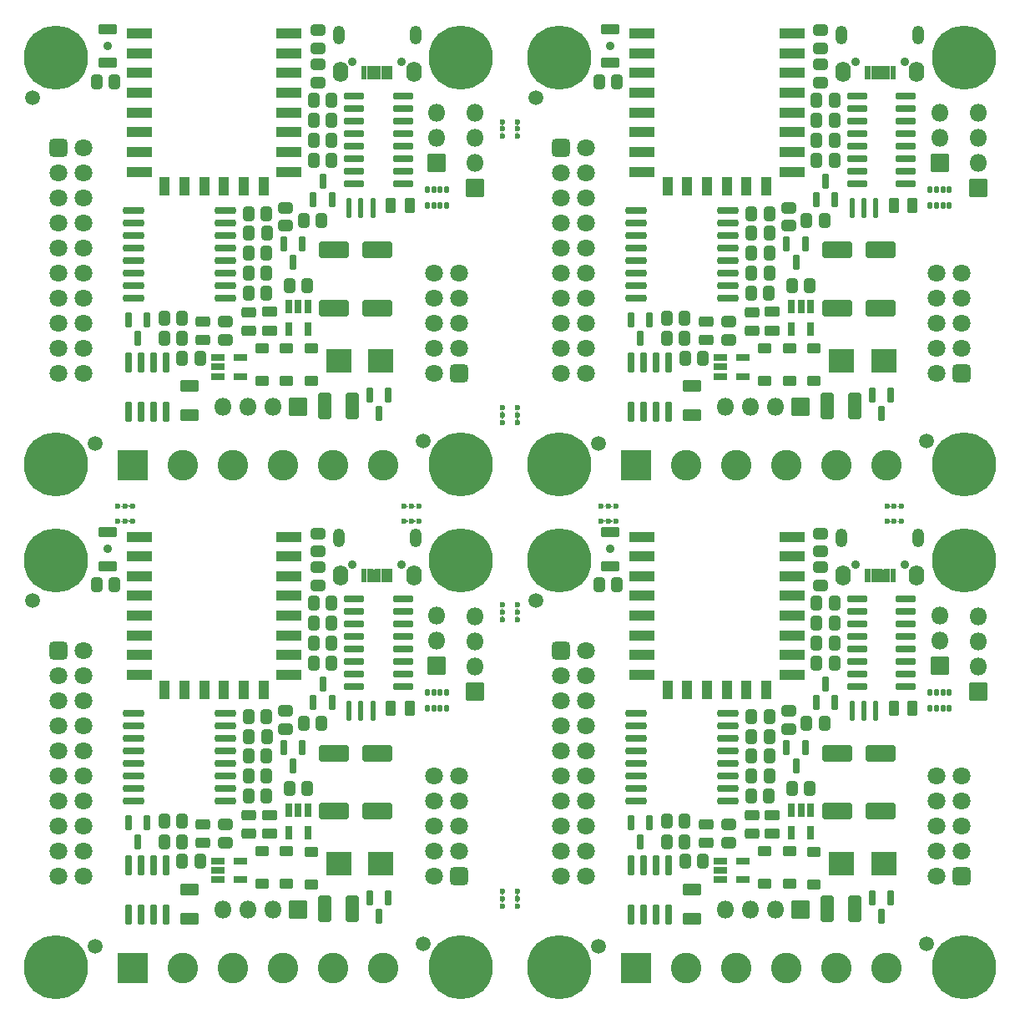
<source format=gts>
G04 #@! TF.GenerationSoftware,KiCad,Pcbnew,(6.0.9)*
G04 #@! TF.CreationDate,2023-01-12T22:26:46+07:00*
G04 #@! TF.ProjectId,ESP12CORE_B_panel,45535031-3243-44f5-9245-5f425f70616e,rev?*
G04 #@! TF.SameCoordinates,Original*
G04 #@! TF.FileFunction,Soldermask,Top*
G04 #@! TF.FilePolarity,Negative*
%FSLAX46Y46*%
G04 Gerber Fmt 4.6, Leading zero omitted, Abs format (unit mm)*
G04 Created by KiCad (PCBNEW (6.0.9)) date 2023-01-12 22:26:46*
%MOMM*%
%LPD*%
G01*
G04 APERTURE LIST*
G04 Aperture macros list*
%AMRoundRect*
0 Rectangle with rounded corners*
0 $1 Rounding radius*
0 $2 $3 $4 $5 $6 $7 $8 $9 X,Y pos of 4 corners*
0 Add a 4 corners polygon primitive as box body*
4,1,4,$2,$3,$4,$5,$6,$7,$8,$9,$2,$3,0*
0 Add four circle primitives for the rounded corners*
1,1,$1+$1,$2,$3*
1,1,$1+$1,$4,$5*
1,1,$1+$1,$6,$7*
1,1,$1+$1,$8,$9*
0 Add four rect primitives between the rounded corners*
20,1,$1+$1,$2,$3,$4,$5,0*
20,1,$1+$1,$4,$5,$6,$7,0*
20,1,$1+$1,$6,$7,$8,$9,0*
20,1,$1+$1,$8,$9,$2,$3,0*%
G04 Aperture macros list end*
%ADD10RoundRect,0.050000X-1.250000X-0.500000X1.250000X-0.500000X1.250000X0.500000X-1.250000X0.500000X0*%
%ADD11RoundRect,0.050000X-0.500000X-0.900000X0.500000X-0.900000X0.500000X0.900000X-0.500000X0.900000X0*%
%ADD12C,0.600000*%
%ADD13RoundRect,0.300000X0.600000X0.600000X-0.600000X0.600000X-0.600000X-0.600000X0.600000X-0.600000X0*%
%ADD14C,1.800000*%
%ADD15RoundRect,0.050000X-0.850000X0.850000X-0.850000X-0.850000X0.850000X-0.850000X0.850000X0.850000X0*%
%ADD16O,1.800000X1.800000*%
%ADD17RoundRect,0.050000X0.600000X-0.450000X0.600000X0.450000X-0.600000X0.450000X-0.600000X-0.450000X0*%
%ADD18RoundRect,0.050000X-0.175000X0.250000X-0.175000X-0.250000X0.175000X-0.250000X0.175000X0.250000X0*%
%ADD19C,0.900000*%
%ADD20RoundRect,0.050000X-0.850000X0.450000X-0.850000X-0.450000X0.850000X-0.450000X0.850000X0.450000X0*%
%ADD21RoundRect,0.200000X-0.150000X0.587500X-0.150000X-0.587500X0.150000X-0.587500X0.150000X0.587500X0*%
%ADD22RoundRect,0.050000X-0.600000X0.450000X-0.600000X-0.450000X0.600000X-0.450000X0.600000X0.450000X0*%
%ADD23RoundRect,0.300000X-0.262500X-0.450000X0.262500X-0.450000X0.262500X0.450000X-0.262500X0.450000X0*%
%ADD24RoundRect,0.300000X0.262500X0.450000X-0.262500X0.450000X-0.262500X-0.450000X0.262500X-0.450000X0*%
%ADD25RoundRect,0.300000X-1.250000X-0.550000X1.250000X-0.550000X1.250000X0.550000X-1.250000X0.550000X0*%
%ADD26RoundRect,0.200000X-0.875000X-0.150000X0.875000X-0.150000X0.875000X0.150000X-0.875000X0.150000X0*%
%ADD27C,6.500000*%
%ADD28RoundRect,0.300000X-0.250000X-0.475000X0.250000X-0.475000X0.250000X0.475000X-0.250000X0.475000X0*%
%ADD29RoundRect,0.200000X-0.825000X-0.150000X0.825000X-0.150000X0.825000X0.150000X-0.825000X0.150000X0*%
%ADD30C,1.500000*%
%ADD31RoundRect,0.300000X-0.600000X-0.600000X0.600000X-0.600000X0.600000X0.600000X-0.600000X0.600000X0*%
%ADD32RoundRect,0.200000X0.150000X-0.587500X0.150000X0.587500X-0.150000X0.587500X-0.150000X-0.587500X0*%
%ADD33RoundRect,0.200000X-0.512500X-0.150000X0.512500X-0.150000X0.512500X0.150000X-0.512500X0.150000X0*%
%ADD34RoundRect,0.050000X0.850000X0.850000X-0.850000X0.850000X-0.850000X-0.850000X0.850000X-0.850000X0*%
%ADD35RoundRect,0.050000X-1.250000X-1.150000X1.250000X-1.150000X1.250000X1.150000X-1.250000X1.150000X0*%
%ADD36RoundRect,0.300000X-0.650000X0.325000X-0.650000X-0.325000X0.650000X-0.325000X0.650000X0.325000X0*%
%ADD37RoundRect,0.300000X0.450000X-0.262500X0.450000X0.262500X-0.450000X0.262500X-0.450000X-0.262500X0*%
%ADD38RoundRect,0.300000X0.475000X-0.250000X0.475000X0.250000X-0.475000X0.250000X-0.475000X-0.250000X0*%
%ADD39RoundRect,0.200000X-0.150000X0.825000X-0.150000X-0.825000X0.150000X-0.825000X0.150000X0.825000X0*%
%ADD40RoundRect,0.200000X-0.150000X0.512500X-0.150000X-0.512500X0.150000X-0.512500X0.150000X0.512500X0*%
%ADD41RoundRect,0.293750X-0.456250X0.243750X-0.456250X-0.243750X0.456250X-0.243750X0.456250X0.243750X0*%
%ADD42RoundRect,0.293750X0.456250X-0.243750X0.456250X0.243750X-0.456250X0.243750X-0.456250X-0.243750X0*%
%ADD43O,0.900000X0.900000*%
%ADD44RoundRect,0.050000X0.225000X0.650000X-0.225000X0.650000X-0.225000X-0.650000X0.225000X-0.650000X0*%
%ADD45O,1.250000X1.900000*%
%ADD46O,1.550000X2.100000*%
%ADD47RoundRect,0.300000X0.375000X1.075000X-0.375000X1.075000X-0.375000X-1.075000X0.375000X-1.075000X0*%
%ADD48RoundRect,0.050000X0.200000X0.950000X-0.200000X0.950000X-0.200000X-0.950000X0.200000X-0.950000X0*%
%ADD49RoundRect,0.050000X-1.500000X-1.500000X1.500000X-1.500000X1.500000X1.500000X-1.500000X1.500000X0*%
%ADD50C,3.100000*%
%ADD51RoundRect,0.300000X-0.450000X0.262500X-0.450000X-0.262500X0.450000X-0.262500X0.450000X0.262500X0*%
G04 APERTURE END LIST*
D10*
X164400000Y-112328000D03*
X164400000Y-114328000D03*
X164400000Y-116328000D03*
X164400000Y-118328000D03*
X164400000Y-120328000D03*
X164400000Y-122328000D03*
X164400000Y-124328000D03*
X164400000Y-126328000D03*
D11*
X167000000Y-127828000D03*
X169000000Y-127828000D03*
X171000000Y-127828000D03*
X173000000Y-127828000D03*
X175000000Y-127828000D03*
X177000000Y-127828000D03*
D10*
X179600000Y-126328000D03*
X179600000Y-124328000D03*
X179600000Y-122328000D03*
X179600000Y-120328000D03*
X179600000Y-118328000D03*
X179600000Y-116328000D03*
X179600000Y-114328000D03*
X179600000Y-112328000D03*
X113400000Y-112328000D03*
X113400000Y-114328000D03*
X113400000Y-116328000D03*
X113400000Y-118328000D03*
X113400000Y-120328000D03*
X113400000Y-122328000D03*
X113400000Y-124328000D03*
X113400000Y-126328000D03*
D11*
X116000000Y-127828000D03*
X118000000Y-127828000D03*
X120000000Y-127828000D03*
X122000000Y-127828000D03*
X124000000Y-127828000D03*
X126000000Y-127828000D03*
D10*
X128600000Y-126328000D03*
X128600000Y-124328000D03*
X128600000Y-122328000D03*
X128600000Y-120328000D03*
X128600000Y-118328000D03*
X128600000Y-116328000D03*
X128600000Y-114328000D03*
X128600000Y-112328000D03*
D12*
X150250000Y-148250000D03*
X150250000Y-149750000D03*
X151750000Y-149750000D03*
X151750000Y-148250000D03*
X150250000Y-149000000D03*
X151750000Y-149000000D03*
D13*
X145843909Y-95758668D03*
D14*
X143303909Y-95758668D03*
X145843909Y-93218668D03*
X143303909Y-93218668D03*
X145843909Y-90678668D03*
X143303909Y-90678668D03*
X145843909Y-88138668D03*
X143303909Y-88138668D03*
X145843909Y-85598668D03*
X143303909Y-85598668D03*
D15*
X180480000Y-99133737D03*
D16*
X177940000Y-99133737D03*
X175400000Y-99133737D03*
X172860000Y-99133737D03*
D17*
X179350000Y-147525000D03*
X179350000Y-144225000D03*
D18*
X195572362Y-78726687D03*
X194922362Y-78726687D03*
X194272362Y-78726687D03*
X193622362Y-78726687D03*
X193622362Y-77126687D03*
X194272362Y-77126687D03*
X194922362Y-77126687D03*
X195572362Y-77126687D03*
D19*
X110200827Y-62587897D03*
D20*
X110200827Y-60887897D03*
X110200827Y-64287897D03*
D21*
X165197348Y-90358224D03*
X163297348Y-90358224D03*
X164247348Y-92233224D03*
D22*
X176852177Y-144199169D03*
X176852177Y-147499169D03*
D23*
X182105336Y-121104000D03*
X183930336Y-121104000D03*
D24*
X177316594Y-79561634D03*
X175491594Y-79561634D03*
D23*
X175476200Y-87630000D03*
X177301200Y-87630000D03*
D25*
X184182000Y-140154000D03*
X188582000Y-140154000D03*
D22*
X130825000Y-93250000D03*
X130825000Y-96550000D03*
D26*
X163825000Y-130230000D03*
X163825000Y-131500000D03*
X163825000Y-132770000D03*
X163825000Y-134040000D03*
X163825000Y-135310000D03*
X163825000Y-136580000D03*
X163825000Y-137850000D03*
X163825000Y-139120000D03*
X173125000Y-139120000D03*
X173125000Y-137850000D03*
X173125000Y-136580000D03*
X173125000Y-135310000D03*
X173125000Y-134040000D03*
X173125000Y-132770000D03*
X173125000Y-131500000D03*
X173125000Y-130230000D03*
D23*
X124510809Y-136598000D03*
X126335809Y-136598000D03*
X131105336Y-121104000D03*
X132930336Y-121104000D03*
D19*
X144352944Y-103302944D03*
X146050000Y-102600000D03*
D27*
X146050000Y-105000000D03*
D19*
X147747056Y-103302944D03*
X146050000Y-107400000D03*
X144352944Y-106697056D03*
X147747056Y-106697056D03*
X143650000Y-105000000D03*
X148450000Y-105000000D03*
D24*
X168752500Y-143235934D03*
X166927500Y-143235934D03*
D21*
X129973541Y-82670793D03*
X128073541Y-82670793D03*
X129023541Y-84545793D03*
D24*
X177333864Y-83566000D03*
X175508864Y-83566000D03*
D23*
X175510809Y-136598000D03*
X177335809Y-136598000D03*
D22*
X181825000Y-93250000D03*
X181825000Y-96550000D03*
D24*
X131915699Y-80238384D03*
X130090699Y-80238384D03*
X183933550Y-72136000D03*
X182108550Y-72136000D03*
D28*
X189938000Y-129740000D03*
X191838000Y-129740000D03*
D24*
X183932840Y-68072000D03*
X182107840Y-68072000D03*
X181452500Y-86868000D03*
X179627500Y-86868000D03*
D29*
X135203064Y-118647726D03*
X135203064Y-119917726D03*
X135203064Y-121187726D03*
X135203064Y-122457726D03*
X135203064Y-123727726D03*
X135203064Y-124997726D03*
X135203064Y-126267726D03*
X135203064Y-127537726D03*
X140153064Y-127537726D03*
X140153064Y-126267726D03*
X140153064Y-124997726D03*
X140153064Y-123727726D03*
X140153064Y-122457726D03*
X140153064Y-121187726D03*
X140153064Y-119917726D03*
X140153064Y-118647726D03*
D24*
X168752500Y-92235934D03*
X166927500Y-92235934D03*
D19*
X105000000Y-117150000D03*
X106697056Y-116447056D03*
X102600000Y-114750000D03*
X105000000Y-112350000D03*
X103302944Y-113052944D03*
D27*
X105000000Y-114750000D03*
D19*
X106697056Y-113052944D03*
X103302944Y-116447056D03*
X107400000Y-114750000D03*
D30*
X142240000Y-153616000D03*
D25*
X133186648Y-134263189D03*
X137586648Y-134263189D03*
D31*
X156204868Y-123917125D03*
D14*
X158744868Y-123917125D03*
X156204868Y-126457125D03*
X158744868Y-126457125D03*
X156204868Y-128997125D03*
X158744868Y-128997125D03*
X156204868Y-131537125D03*
X158744868Y-131537125D03*
X156204868Y-134077125D03*
X158744868Y-134077125D03*
X156204868Y-136617125D03*
X158744868Y-136617125D03*
X156204868Y-139157125D03*
X158744868Y-139157125D03*
X156204868Y-141697125D03*
X158744868Y-141697125D03*
X156204868Y-144237125D03*
X158744868Y-144237125D03*
X156204868Y-146777125D03*
X158744868Y-146777125D03*
D32*
X131063050Y-129153500D03*
X132963050Y-129153500D03*
X132013050Y-127278500D03*
D33*
X172392500Y-145180000D03*
X172392500Y-146130000D03*
X172392500Y-147080000D03*
X174667500Y-147080000D03*
X174667500Y-145180000D03*
D24*
X117752500Y-141170000D03*
X115927500Y-141170000D03*
D28*
X189938000Y-78740000D03*
X191838000Y-78740000D03*
D30*
X102616000Y-118818000D03*
D17*
X179350000Y-96525000D03*
X179350000Y-93225000D03*
D23*
X182105336Y-70104000D03*
X183930336Y-70104000D03*
D30*
X108966000Y-102870000D03*
D34*
X143606599Y-74422000D03*
D16*
X143606599Y-71882000D03*
X143606599Y-69342000D03*
D22*
X181825000Y-144250000D03*
X181825000Y-147550000D03*
D34*
X147500856Y-127995980D03*
D16*
X147500856Y-125455980D03*
X147500856Y-122915980D03*
X147500856Y-120375980D03*
D35*
X184622000Y-94488000D03*
X188922000Y-94488000D03*
D33*
X121392500Y-94180000D03*
X121392500Y-95130000D03*
X121392500Y-96080000D03*
X123667500Y-96080000D03*
X123667500Y-94180000D03*
D36*
X118480000Y-97075000D03*
X118480000Y-100025000D03*
D37*
X122174000Y-92352500D03*
X122174000Y-90527500D03*
D12*
X141750000Y-109250000D03*
X141750000Y-110750000D03*
X140250000Y-109250000D03*
X140250000Y-110750000D03*
X141000000Y-110750000D03*
X141000000Y-109250000D03*
D25*
X184186648Y-134263189D03*
X188586648Y-134263189D03*
D17*
X128350000Y-96525000D03*
X128350000Y-93225000D03*
D19*
X153600000Y-156000000D03*
X156000000Y-158400000D03*
D27*
X156000000Y-156000000D03*
D19*
X157697056Y-154302944D03*
X157697056Y-157697056D03*
X158400000Y-156000000D03*
X156000000Y-153600000D03*
X154302944Y-154302944D03*
X154302944Y-157697056D03*
D31*
X105204868Y-72917125D03*
D14*
X107744868Y-72917125D03*
X105204868Y-75457125D03*
X107744868Y-75457125D03*
X105204868Y-77997125D03*
X107744868Y-77997125D03*
X105204868Y-80537125D03*
X107744868Y-80537125D03*
X105204868Y-83077125D03*
X107744868Y-83077125D03*
X105204868Y-85617125D03*
X107744868Y-85617125D03*
X105204868Y-88157125D03*
X107744868Y-88157125D03*
X105204868Y-90697125D03*
X107744868Y-90697125D03*
X105204868Y-93237125D03*
X107744868Y-93237125D03*
X105204868Y-95777125D03*
X107744868Y-95777125D03*
D35*
X133622000Y-94488000D03*
X137922000Y-94488000D03*
D24*
X132933550Y-72136000D03*
X131108550Y-72136000D03*
D38*
X177618095Y-91440000D03*
X177618095Y-89540000D03*
D36*
X169480000Y-148075000D03*
X169480000Y-151025000D03*
D37*
X173174000Y-143352500D03*
X173174000Y-141527500D03*
D30*
X193240000Y-102616000D03*
D22*
X125852177Y-93199169D03*
X125852177Y-96499169D03*
D24*
X132933550Y-123136000D03*
X131108550Y-123136000D03*
X126333864Y-83566000D03*
X124508864Y-83566000D03*
D17*
X128350000Y-147525000D03*
X128350000Y-144225000D03*
D19*
X144352944Y-62052944D03*
X144352944Y-65447056D03*
X147747056Y-65447056D03*
X146050000Y-61350000D03*
X147747056Y-62052944D03*
X143650000Y-63750000D03*
X146050000Y-66150000D03*
D27*
X146050000Y-63750000D03*
D19*
X148450000Y-63750000D03*
D23*
X124476200Y-138630000D03*
X126301200Y-138630000D03*
D24*
X132932840Y-68072000D03*
X131107840Y-68072000D03*
D23*
X124510809Y-85598000D03*
X126335809Y-85598000D03*
D21*
X138663636Y-97959082D03*
X136763636Y-97959082D03*
X137713636Y-99834082D03*
D30*
X108966000Y-153870000D03*
D24*
X131915699Y-131238384D03*
X130090699Y-131238384D03*
D39*
X167130000Y-94675000D03*
X165860000Y-94675000D03*
X164590000Y-94675000D03*
X163320000Y-94675000D03*
X163320000Y-99625000D03*
X164590000Y-99625000D03*
X165860000Y-99625000D03*
X167130000Y-99625000D03*
D23*
X182098906Y-125168000D03*
X183923906Y-125168000D03*
D25*
X133186648Y-83263189D03*
X137586648Y-83263189D03*
D37*
X182508320Y-117268384D03*
X182508320Y-115443384D03*
D21*
X189663636Y-148959082D03*
X187763636Y-148959082D03*
X188713636Y-150834082D03*
D37*
X179270000Y-80819000D03*
X179270000Y-78994000D03*
D24*
X183933550Y-123136000D03*
X182108550Y-123136000D03*
D34*
X194606599Y-125422000D03*
D16*
X194606599Y-122882000D03*
X194606599Y-120342000D03*
D24*
X119588725Y-145234000D03*
X117763725Y-145234000D03*
D19*
X197050000Y-66150000D03*
X199450000Y-63750000D03*
X194650000Y-63750000D03*
X198747056Y-62052944D03*
X195352944Y-65447056D03*
X197050000Y-61350000D03*
X195352944Y-62052944D03*
D27*
X197050000Y-63750000D03*
D19*
X198747056Y-65447056D03*
D26*
X163825000Y-79230000D03*
X163825000Y-80500000D03*
X163825000Y-81770000D03*
X163825000Y-83040000D03*
X163825000Y-84310000D03*
X163825000Y-85580000D03*
X163825000Y-86850000D03*
X163825000Y-88120000D03*
X173125000Y-88120000D03*
X173125000Y-86850000D03*
X173125000Y-85580000D03*
X173125000Y-84310000D03*
X173125000Y-83040000D03*
X173125000Y-81770000D03*
X173125000Y-80500000D03*
X173125000Y-79230000D03*
D25*
X184186648Y-83263189D03*
X188586648Y-83263189D03*
D19*
X197050000Y-158400000D03*
X195352944Y-154302944D03*
X194650000Y-156000000D03*
X197050000Y-153600000D03*
X198747056Y-154302944D03*
X198747056Y-157697056D03*
D27*
X197050000Y-156000000D03*
D19*
X199450000Y-156000000D03*
X195352944Y-157697056D03*
D24*
X110890107Y-117206359D03*
X109065107Y-117206359D03*
D37*
X131508320Y-117268384D03*
X131508320Y-115443384D03*
D24*
X117752500Y-90170000D03*
X115927500Y-90170000D03*
D40*
X181490000Y-89032500D03*
X180540000Y-89032500D03*
X179590000Y-89032500D03*
X179590000Y-91307500D03*
X181490000Y-91307500D03*
D41*
X124538237Y-89565000D03*
X124538237Y-91440000D03*
D40*
X130490000Y-140032500D03*
X129540000Y-140032500D03*
X128590000Y-140032500D03*
X128590000Y-142307500D03*
X130490000Y-142307500D03*
D21*
X114197348Y-90358224D03*
X112297348Y-90358224D03*
X113247348Y-92233224D03*
D24*
X126316594Y-130561634D03*
X124491594Y-130561634D03*
D36*
X118480000Y-148075000D03*
X118480000Y-151025000D03*
D24*
X126342608Y-132564676D03*
X124517608Y-132564676D03*
D41*
X175538237Y-89565000D03*
X175538237Y-91440000D03*
D42*
X170888000Y-143377500D03*
X170888000Y-141502500D03*
D25*
X133182000Y-89154000D03*
X137582000Y-89154000D03*
D21*
X129973541Y-133670793D03*
X128073541Y-133670793D03*
X129023541Y-135545793D03*
D23*
X131098906Y-74168000D03*
X132923906Y-74168000D03*
D31*
X156204868Y-72917125D03*
D14*
X158744868Y-72917125D03*
X156204868Y-75457125D03*
X158744868Y-75457125D03*
X156204868Y-77997125D03*
X158744868Y-77997125D03*
X156204868Y-80537125D03*
X158744868Y-80537125D03*
X156204868Y-83077125D03*
X158744868Y-83077125D03*
X156204868Y-85617125D03*
X158744868Y-85617125D03*
X156204868Y-88157125D03*
X158744868Y-88157125D03*
X156204868Y-90697125D03*
X158744868Y-90697125D03*
X156204868Y-93237125D03*
X158744868Y-93237125D03*
X156204868Y-95777125D03*
X158744868Y-95777125D03*
D15*
X129480000Y-99133737D03*
D16*
X126940000Y-99133737D03*
X124400000Y-99133737D03*
X121860000Y-99133737D03*
D43*
X186041582Y-115190224D03*
X191041582Y-115190224D03*
D44*
X189841582Y-116290224D03*
X189191582Y-116290224D03*
X188541582Y-116290224D03*
X187891582Y-116290224D03*
X187241582Y-116290224D03*
D45*
X192416582Y-112440224D03*
D46*
X192266582Y-116240224D03*
X184816582Y-116240224D03*
D45*
X184666582Y-112440224D03*
D42*
X170888000Y-92377500D03*
X170888000Y-90502500D03*
D25*
X133182000Y-140154000D03*
X137582000Y-140154000D03*
D13*
X196843909Y-146758668D03*
D14*
X194303909Y-146758668D03*
X196843909Y-144218668D03*
X194303909Y-144218668D03*
X196843909Y-141678668D03*
X194303909Y-141678668D03*
X196843909Y-139138668D03*
X194303909Y-139138668D03*
X196843909Y-136598668D03*
X194303909Y-136598668D03*
D34*
X147500856Y-76995980D03*
D16*
X147500856Y-74455980D03*
X147500856Y-71915980D03*
X147500856Y-69375980D03*
D23*
X131105336Y-70104000D03*
X132930336Y-70104000D03*
D19*
X143650000Y-114750000D03*
D27*
X146050000Y-114750000D03*
D19*
X147747056Y-116447056D03*
X144352944Y-116447056D03*
X146050000Y-117150000D03*
X147747056Y-113052944D03*
X146050000Y-112350000D03*
X148450000Y-114750000D03*
X144352944Y-113052944D03*
X153600000Y-105000000D03*
X156000000Y-102600000D03*
D27*
X156000000Y-105000000D03*
D19*
X157697056Y-103302944D03*
X158400000Y-105000000D03*
X157697056Y-106697056D03*
X154302944Y-106697056D03*
X156000000Y-107400000D03*
X154302944Y-103302944D03*
D24*
X177342608Y-81564676D03*
X175517608Y-81564676D03*
D21*
X165197348Y-141358224D03*
X163297348Y-141358224D03*
X164247348Y-143233224D03*
D25*
X184182000Y-89154000D03*
X188582000Y-89154000D03*
D30*
X153616000Y-67818000D03*
D41*
X175538237Y-140565000D03*
X175538237Y-142440000D03*
D24*
X117752500Y-143235934D03*
X115927500Y-143235934D03*
X170588725Y-145234000D03*
X168763725Y-145234000D03*
D47*
X135004000Y-150060000D03*
X132204000Y-150060000D03*
D24*
X170588725Y-94234000D03*
X168763725Y-94234000D03*
D29*
X186203064Y-67647726D03*
X186203064Y-68917726D03*
X186203064Y-70187726D03*
X186203064Y-71457726D03*
X186203064Y-72727726D03*
X186203064Y-73997726D03*
X186203064Y-75267726D03*
X186203064Y-76537726D03*
X191153064Y-76537726D03*
X191153064Y-75267726D03*
X191153064Y-73997726D03*
X191153064Y-72727726D03*
X191153064Y-71457726D03*
X191153064Y-70187726D03*
X191153064Y-68917726D03*
X191153064Y-67647726D03*
D26*
X112825000Y-130230000D03*
X112825000Y-131500000D03*
X112825000Y-132770000D03*
X112825000Y-134040000D03*
X112825000Y-135310000D03*
X112825000Y-136580000D03*
X112825000Y-137850000D03*
X112825000Y-139120000D03*
X122125000Y-139120000D03*
X122125000Y-137850000D03*
X122125000Y-136580000D03*
X122125000Y-135310000D03*
X122125000Y-134040000D03*
X122125000Y-132770000D03*
X122125000Y-131500000D03*
X122125000Y-130230000D03*
D19*
X143650000Y-156000000D03*
X146050000Y-158400000D03*
X146050000Y-153600000D03*
X144352944Y-154302944D03*
X147747056Y-154302944D03*
X148450000Y-156000000D03*
X144352944Y-157697056D03*
X147747056Y-157697056D03*
D27*
X146050000Y-156000000D03*
D37*
X182508320Y-66268384D03*
X182508320Y-64443384D03*
D33*
X172392500Y-94180000D03*
X172392500Y-95130000D03*
X172392500Y-96080000D03*
X174667500Y-96080000D03*
X174667500Y-94180000D03*
D31*
X105204868Y-123917125D03*
D14*
X107744868Y-123917125D03*
X105204868Y-126457125D03*
X107744868Y-126457125D03*
X105204868Y-128997125D03*
X107744868Y-128997125D03*
X105204868Y-131537125D03*
X107744868Y-131537125D03*
X105204868Y-134077125D03*
X107744868Y-134077125D03*
X105204868Y-136617125D03*
X107744868Y-136617125D03*
X105204868Y-139157125D03*
X107744868Y-139157125D03*
X105204868Y-141697125D03*
X107744868Y-141697125D03*
X105204868Y-144237125D03*
X107744868Y-144237125D03*
X105204868Y-146777125D03*
X107744868Y-146777125D03*
D18*
X195572362Y-129726687D03*
X194922362Y-129726687D03*
X194272362Y-129726687D03*
X193622362Y-129726687D03*
X193622362Y-128126687D03*
X194272362Y-128126687D03*
X194922362Y-128126687D03*
X195572362Y-128126687D03*
D40*
X181490000Y-140032500D03*
X180540000Y-140032500D03*
X179590000Y-140032500D03*
X179590000Y-142307500D03*
X181490000Y-142307500D03*
D30*
X159966000Y-102870000D03*
X142240000Y-102616000D03*
D19*
X105000000Y-66150000D03*
X103302944Y-62052944D03*
X102600000Y-63750000D03*
D27*
X105000000Y-63750000D03*
D19*
X107400000Y-63750000D03*
X106697056Y-65447056D03*
X103302944Y-65447056D03*
X106697056Y-62052944D03*
X105000000Y-61350000D03*
D40*
X130490000Y-89032500D03*
X129540000Y-89032500D03*
X128590000Y-89032500D03*
X128590000Y-91307500D03*
X130490000Y-91307500D03*
D37*
X128270000Y-80819000D03*
X128270000Y-78994000D03*
D24*
X177333864Y-134566000D03*
X175508864Y-134566000D03*
D22*
X125852177Y-144199169D03*
X125852177Y-147499169D03*
D12*
X151750000Y-100000000D03*
X150250000Y-100000000D03*
X150250000Y-99250000D03*
X150250000Y-100750000D03*
X151750000Y-100750000D03*
X151750000Y-99250000D03*
D38*
X177618095Y-142440000D03*
X177618095Y-140540000D03*
D24*
X161890107Y-117206359D03*
X160065107Y-117206359D03*
D12*
X112750000Y-109250000D03*
X111250000Y-109250000D03*
X112000000Y-110750000D03*
X112000000Y-109250000D03*
X111250000Y-110750000D03*
X112750000Y-110750000D03*
D48*
X188090000Y-129994000D03*
X186890000Y-129994000D03*
X185690000Y-129994000D03*
D34*
X198500856Y-127995980D03*
D16*
X198500856Y-125455980D03*
X198500856Y-122915980D03*
X198500856Y-120375980D03*
D15*
X129480000Y-150133737D03*
D16*
X126940000Y-150133737D03*
X124400000Y-150133737D03*
X121860000Y-150133737D03*
D24*
X132932840Y-119072000D03*
X131107840Y-119072000D03*
D37*
X179270000Y-131819000D03*
X179270000Y-129994000D03*
D33*
X121392500Y-145180000D03*
X121392500Y-146130000D03*
X121392500Y-147080000D03*
X123667500Y-147080000D03*
X123667500Y-145180000D03*
D49*
X112773429Y-156050688D03*
D50*
X117853429Y-156050688D03*
X122933429Y-156050688D03*
X128013429Y-156050688D03*
X133093429Y-156050688D03*
X138173429Y-156050688D03*
D18*
X144572362Y-78726687D03*
X143922362Y-78726687D03*
X143272362Y-78726687D03*
X142622362Y-78726687D03*
X142622362Y-77126687D03*
X143272362Y-77126687D03*
X143922362Y-77126687D03*
X144572362Y-77126687D03*
D24*
X126316594Y-79561634D03*
X124491594Y-79561634D03*
X168752500Y-90170000D03*
X166927500Y-90170000D03*
D12*
X150250000Y-119250000D03*
X150250000Y-120000000D03*
X151750000Y-120000000D03*
X151750000Y-120750000D03*
X151750000Y-119250000D03*
X150250000Y-120750000D03*
D37*
X128270000Y-131819000D03*
X128270000Y-129994000D03*
D48*
X137090000Y-129994000D03*
X135890000Y-129994000D03*
X134690000Y-129994000D03*
D49*
X163773429Y-105050688D03*
D50*
X168853429Y-105050688D03*
X173933429Y-105050688D03*
X179013429Y-105050688D03*
X184093429Y-105050688D03*
X189173429Y-105050688D03*
D12*
X150250000Y-71750000D03*
X151750000Y-70250000D03*
X151750000Y-71000000D03*
X150250000Y-70250000D03*
X151750000Y-71750000D03*
X150250000Y-71000000D03*
D47*
X186004000Y-99060000D03*
X183204000Y-99060000D03*
X186004000Y-150060000D03*
X183204000Y-150060000D03*
D24*
X126333864Y-134566000D03*
X124508864Y-134566000D03*
X168752500Y-141170000D03*
X166927500Y-141170000D03*
X117752500Y-92235934D03*
X115927500Y-92235934D03*
D30*
X102616000Y-67818000D03*
D24*
X161890107Y-66206359D03*
X160065107Y-66206359D03*
D37*
X173174000Y-92352500D03*
X173174000Y-90527500D03*
D23*
X175476200Y-138630000D03*
X177301200Y-138630000D03*
D32*
X182063050Y-78153500D03*
X183963050Y-78153500D03*
X183013050Y-76278500D03*
D37*
X131508320Y-66268384D03*
X131508320Y-64443384D03*
D23*
X175510809Y-85598000D03*
X177335809Y-85598000D03*
D24*
X181452500Y-137868000D03*
X179627500Y-137868000D03*
D21*
X180973541Y-133670793D03*
X179073541Y-133670793D03*
X180023541Y-135545793D03*
X138663636Y-148959082D03*
X136763636Y-148959082D03*
X137713636Y-150834082D03*
D24*
X119588725Y-94234000D03*
X117763725Y-94234000D03*
D34*
X198500856Y-76995980D03*
D16*
X198500856Y-74455980D03*
X198500856Y-71915980D03*
X198500856Y-69375980D03*
D30*
X153616000Y-118818000D03*
D15*
X180480000Y-150133737D03*
D16*
X177940000Y-150133737D03*
X175400000Y-150133737D03*
X172860000Y-150133737D03*
D51*
X182521512Y-112002915D03*
X182521512Y-113827915D03*
D24*
X130452500Y-137868000D03*
X128627500Y-137868000D03*
D38*
X126618095Y-142440000D03*
X126618095Y-140540000D03*
D24*
X183932840Y-119072000D03*
X182107840Y-119072000D03*
D12*
X189250000Y-109250000D03*
X190750000Y-110750000D03*
X190000000Y-110750000D03*
X189250000Y-110750000D03*
X190000000Y-109250000D03*
X190750000Y-109250000D03*
D30*
X159966000Y-153870000D03*
D39*
X167130000Y-145675000D03*
X165860000Y-145675000D03*
X164590000Y-145675000D03*
X163320000Y-145675000D03*
X163320000Y-150625000D03*
X164590000Y-150625000D03*
X165860000Y-150625000D03*
X167130000Y-150625000D03*
D35*
X133622000Y-145488000D03*
X137922000Y-145488000D03*
D21*
X180973541Y-82670793D03*
X179073541Y-82670793D03*
X180023541Y-84545793D03*
D39*
X116130000Y-94675000D03*
X114860000Y-94675000D03*
X113590000Y-94675000D03*
X112320000Y-94675000D03*
X112320000Y-99625000D03*
X113590000Y-99625000D03*
X114860000Y-99625000D03*
X116130000Y-99625000D03*
D29*
X135203064Y-67647726D03*
X135203064Y-68917726D03*
X135203064Y-70187726D03*
X135203064Y-71457726D03*
X135203064Y-72727726D03*
X135203064Y-73997726D03*
X135203064Y-75267726D03*
X135203064Y-76537726D03*
X140153064Y-76537726D03*
X140153064Y-75267726D03*
X140153064Y-73997726D03*
X140153064Y-72727726D03*
X140153064Y-71457726D03*
X140153064Y-70187726D03*
X140153064Y-68917726D03*
X140153064Y-67647726D03*
D38*
X126618095Y-91440000D03*
X126618095Y-89540000D03*
D12*
X160250000Y-110750000D03*
X161750000Y-110750000D03*
X160250000Y-109250000D03*
X161000000Y-109250000D03*
X161750000Y-109250000D03*
X161000000Y-110750000D03*
D23*
X124476200Y-87630000D03*
X126301200Y-87630000D03*
D48*
X188090000Y-78994000D03*
X186890000Y-78994000D03*
X185690000Y-78994000D03*
D24*
X182915699Y-131238384D03*
X181090699Y-131238384D03*
D10*
X164400000Y-61328000D03*
X164400000Y-63328000D03*
X164400000Y-65328000D03*
X164400000Y-67328000D03*
X164400000Y-69328000D03*
X164400000Y-71328000D03*
X164400000Y-73328000D03*
X164400000Y-75328000D03*
D11*
X167000000Y-76828000D03*
X169000000Y-76828000D03*
X171000000Y-76828000D03*
X173000000Y-76828000D03*
X175000000Y-76828000D03*
X177000000Y-76828000D03*
D10*
X179600000Y-75328000D03*
X179600000Y-73328000D03*
X179600000Y-71328000D03*
X179600000Y-69328000D03*
X179600000Y-67328000D03*
X179600000Y-65328000D03*
X179600000Y-63328000D03*
X179600000Y-61328000D03*
D51*
X131521512Y-61002915D03*
X131521512Y-62827915D03*
D21*
X114197348Y-141358224D03*
X112297348Y-141358224D03*
X113247348Y-143233224D03*
D39*
X116130000Y-145675000D03*
X114860000Y-145675000D03*
X113590000Y-145675000D03*
X112320000Y-145675000D03*
X112320000Y-150625000D03*
X113590000Y-150625000D03*
X114860000Y-150625000D03*
X116130000Y-150625000D03*
D43*
X186041582Y-64190224D03*
X191041582Y-64190224D03*
D44*
X189841582Y-65290224D03*
X189191582Y-65290224D03*
X188541582Y-65290224D03*
X187891582Y-65290224D03*
X187241582Y-65290224D03*
D45*
X184666582Y-61440224D03*
D46*
X184816582Y-65240224D03*
X192266582Y-65240224D03*
D45*
X192416582Y-61440224D03*
D19*
X154302944Y-62052944D03*
D27*
X156000000Y-63750000D03*
D19*
X154302944Y-65447056D03*
X157697056Y-62052944D03*
X157697056Y-65447056D03*
X156000000Y-66150000D03*
X156000000Y-61350000D03*
X153600000Y-63750000D03*
X158400000Y-63750000D03*
D26*
X112825000Y-79230000D03*
X112825000Y-80500000D03*
X112825000Y-81770000D03*
X112825000Y-83040000D03*
X112825000Y-84310000D03*
X112825000Y-85580000D03*
X112825000Y-86850000D03*
X112825000Y-88120000D03*
X122125000Y-88120000D03*
X122125000Y-86850000D03*
X122125000Y-85580000D03*
X122125000Y-84310000D03*
X122125000Y-83040000D03*
X122125000Y-81770000D03*
X122125000Y-80500000D03*
X122125000Y-79230000D03*
D19*
X161200827Y-113587897D03*
D20*
X161200827Y-111887897D03*
X161200827Y-115287897D03*
D19*
X105000000Y-107400000D03*
X106697056Y-106697056D03*
X102600000Y-105000000D03*
D27*
X105000000Y-105000000D03*
D19*
X105000000Y-102600000D03*
X103302944Y-103302944D03*
X107400000Y-105000000D03*
X103302944Y-106697056D03*
X106697056Y-103302944D03*
D24*
X126342608Y-81564676D03*
X124517608Y-81564676D03*
D19*
X195352944Y-103302944D03*
X195352944Y-106697056D03*
X194650000Y-105000000D03*
X198747056Y-106697056D03*
X198747056Y-103302944D03*
X197050000Y-107400000D03*
X197050000Y-102600000D03*
D27*
X197050000Y-105000000D03*
D19*
X199450000Y-105000000D03*
D22*
X176852177Y-93199169D03*
X176852177Y-96499169D03*
D27*
X156000000Y-114750000D03*
D19*
X158400000Y-114750000D03*
X156000000Y-117150000D03*
X157697056Y-116447056D03*
X154302944Y-113052944D03*
X157697056Y-113052944D03*
X153600000Y-114750000D03*
X154302944Y-116447056D03*
X156000000Y-112350000D03*
D32*
X182063050Y-129153500D03*
X183963050Y-129153500D03*
X183013050Y-127278500D03*
D10*
X113400000Y-61328000D03*
X113400000Y-63328000D03*
X113400000Y-65328000D03*
X113400000Y-67328000D03*
X113400000Y-69328000D03*
X113400000Y-71328000D03*
X113400000Y-73328000D03*
X113400000Y-75328000D03*
D11*
X116000000Y-76828000D03*
X118000000Y-76828000D03*
X120000000Y-76828000D03*
X122000000Y-76828000D03*
X124000000Y-76828000D03*
X126000000Y-76828000D03*
D10*
X128600000Y-75328000D03*
X128600000Y-73328000D03*
X128600000Y-71328000D03*
X128600000Y-69328000D03*
X128600000Y-67328000D03*
X128600000Y-65328000D03*
X128600000Y-63328000D03*
X128600000Y-61328000D03*
D28*
X138938000Y-129740000D03*
X140838000Y-129740000D03*
D19*
X199450000Y-114750000D03*
D27*
X197050000Y-114750000D03*
D19*
X194650000Y-114750000D03*
X198747056Y-116447056D03*
X197050000Y-117150000D03*
X197050000Y-112350000D03*
X198747056Y-113052944D03*
X195352944Y-113052944D03*
X195352944Y-116447056D03*
D29*
X186203064Y-118647726D03*
X186203064Y-119917726D03*
X186203064Y-121187726D03*
X186203064Y-122457726D03*
X186203064Y-123727726D03*
X186203064Y-124997726D03*
X186203064Y-126267726D03*
X186203064Y-127537726D03*
X191153064Y-127537726D03*
X191153064Y-126267726D03*
X191153064Y-124997726D03*
X191153064Y-123727726D03*
X191153064Y-122457726D03*
X191153064Y-121187726D03*
X191153064Y-119917726D03*
X191153064Y-118647726D03*
D24*
X182915699Y-80238384D03*
X181090699Y-80238384D03*
X177342608Y-132564676D03*
X175517608Y-132564676D03*
D28*
X138938000Y-78740000D03*
X140838000Y-78740000D03*
D19*
X110200827Y-113587897D03*
D20*
X110200827Y-111887897D03*
X110200827Y-115287897D03*
D22*
X130825000Y-144250000D03*
X130825000Y-147550000D03*
D19*
X103302944Y-157697056D03*
X107400000Y-156000000D03*
D27*
X105000000Y-156000000D03*
D19*
X105000000Y-158400000D03*
X106697056Y-157697056D03*
X102600000Y-156000000D03*
X106697056Y-154302944D03*
X103302944Y-154302944D03*
X105000000Y-153600000D03*
D49*
X112773429Y-105050688D03*
D50*
X117853429Y-105050688D03*
X122933429Y-105050688D03*
X128013429Y-105050688D03*
X133093429Y-105050688D03*
X138173429Y-105050688D03*
D34*
X143606599Y-125422000D03*
D16*
X143606599Y-122882000D03*
X143606599Y-120342000D03*
D24*
X130452500Y-86868000D03*
X128627500Y-86868000D03*
D41*
X124538237Y-140565000D03*
X124538237Y-142440000D03*
D21*
X189663636Y-97959082D03*
X187763636Y-97959082D03*
X188713636Y-99834082D03*
D30*
X193240000Y-153616000D03*
D51*
X131521512Y-112002915D03*
X131521512Y-113827915D03*
D48*
X137090000Y-78994000D03*
X135890000Y-78994000D03*
X134690000Y-78994000D03*
D35*
X184622000Y-145488000D03*
X188922000Y-145488000D03*
D34*
X194606599Y-74422000D03*
D16*
X194606599Y-71882000D03*
X194606599Y-69342000D03*
D32*
X131063050Y-78153500D03*
X132963050Y-78153500D03*
X132013050Y-76278500D03*
D18*
X144572362Y-129726687D03*
X143922362Y-129726687D03*
X143272362Y-129726687D03*
X142622362Y-129726687D03*
X142622362Y-128126687D03*
X143272362Y-128126687D03*
X143922362Y-128126687D03*
X144572362Y-128126687D03*
D23*
X131098906Y-125168000D03*
X132923906Y-125168000D03*
D47*
X135004000Y-99060000D03*
X132204000Y-99060000D03*
D37*
X122174000Y-143352500D03*
X122174000Y-141527500D03*
D43*
X135041582Y-64190224D03*
X140041582Y-64190224D03*
D44*
X138841582Y-65290224D03*
X138191582Y-65290224D03*
X137541582Y-65290224D03*
X136891582Y-65290224D03*
X136241582Y-65290224D03*
D46*
X133816582Y-65240224D03*
D45*
X141416582Y-61440224D03*
D46*
X141266582Y-65240224D03*
D45*
X133666582Y-61440224D03*
D19*
X161200827Y-62587897D03*
D20*
X161200827Y-60887897D03*
X161200827Y-64287897D03*
D51*
X182521512Y-61002915D03*
X182521512Y-62827915D03*
D23*
X182098906Y-74168000D03*
X183923906Y-74168000D03*
D24*
X177316594Y-130561634D03*
X175491594Y-130561634D03*
D43*
X135041582Y-115190224D03*
X140041582Y-115190224D03*
D44*
X138841582Y-116290224D03*
X138191582Y-116290224D03*
X137541582Y-116290224D03*
X136891582Y-116290224D03*
X136241582Y-116290224D03*
D45*
X133666582Y-112440224D03*
D46*
X133816582Y-116240224D03*
X141266582Y-116240224D03*
D45*
X141416582Y-112440224D03*
D24*
X110890107Y-66206359D03*
X109065107Y-66206359D03*
D42*
X119888000Y-143377500D03*
X119888000Y-141502500D03*
D13*
X196843909Y-95758668D03*
D14*
X194303909Y-95758668D03*
X196843909Y-93218668D03*
X194303909Y-93218668D03*
X196843909Y-90678668D03*
X194303909Y-90678668D03*
X196843909Y-88138668D03*
X194303909Y-88138668D03*
X196843909Y-85598668D03*
X194303909Y-85598668D03*
D36*
X169480000Y-97075000D03*
X169480000Y-100025000D03*
D42*
X119888000Y-92377500D03*
X119888000Y-90502500D03*
D13*
X145843909Y-146758668D03*
D14*
X143303909Y-146758668D03*
X145843909Y-144218668D03*
X143303909Y-144218668D03*
X145843909Y-141678668D03*
X143303909Y-141678668D03*
X145843909Y-139138668D03*
X143303909Y-139138668D03*
X145843909Y-136598668D03*
X143303909Y-136598668D03*
D49*
X163773429Y-156050688D03*
D50*
X168853429Y-156050688D03*
X173933429Y-156050688D03*
X179013429Y-156050688D03*
X184093429Y-156050688D03*
X189173429Y-156050688D03*
G36*
X150366484Y-149270942D02*
G01*
X150367168Y-149272821D01*
X150366106Y-149274256D01*
X150340038Y-149287539D01*
X150297020Y-149330556D01*
X150287556Y-149390314D01*
X150315101Y-149444374D01*
X150339899Y-149462390D01*
X150366106Y-149475744D01*
X150367195Y-149477421D01*
X150366287Y-149479203D01*
X150364514Y-149479405D01*
X150301742Y-149456558D01*
X150198258Y-149456558D01*
X150135486Y-149479405D01*
X150133516Y-149479058D01*
X150132832Y-149477179D01*
X150133894Y-149475744D01*
X150159962Y-149462461D01*
X150202980Y-149419444D01*
X150212444Y-149359686D01*
X150184899Y-149305626D01*
X150160101Y-149287610D01*
X150133894Y-149274256D01*
X150132805Y-149272579D01*
X150133713Y-149270797D01*
X150135486Y-149270595D01*
X150198258Y-149293442D01*
X150301742Y-149293442D01*
X150364514Y-149270595D01*
X150366484Y-149270942D01*
G37*
G36*
X151866484Y-149270942D02*
G01*
X151867168Y-149272821D01*
X151866106Y-149274256D01*
X151840038Y-149287539D01*
X151797020Y-149330556D01*
X151787556Y-149390314D01*
X151815101Y-149444374D01*
X151839899Y-149462390D01*
X151866106Y-149475744D01*
X151867195Y-149477421D01*
X151866287Y-149479203D01*
X151864514Y-149479405D01*
X151801742Y-149456558D01*
X151698258Y-149456558D01*
X151635486Y-149479405D01*
X151633516Y-149479058D01*
X151632832Y-149477179D01*
X151633894Y-149475744D01*
X151659962Y-149462461D01*
X151702980Y-149419444D01*
X151712444Y-149359686D01*
X151684899Y-149305626D01*
X151660101Y-149287610D01*
X151633894Y-149274256D01*
X151632805Y-149272579D01*
X151633713Y-149270797D01*
X151635486Y-149270595D01*
X151698258Y-149293442D01*
X151801742Y-149293442D01*
X151864514Y-149270595D01*
X151866484Y-149270942D01*
G37*
G36*
X150366484Y-148520942D02*
G01*
X150367168Y-148522821D01*
X150366106Y-148524256D01*
X150340038Y-148537539D01*
X150297020Y-148580556D01*
X150287556Y-148640314D01*
X150315101Y-148694374D01*
X150339899Y-148712390D01*
X150366106Y-148725744D01*
X150367195Y-148727421D01*
X150366287Y-148729203D01*
X150364514Y-148729405D01*
X150301742Y-148706558D01*
X150198258Y-148706558D01*
X150135486Y-148729405D01*
X150133516Y-148729058D01*
X150132832Y-148727179D01*
X150133894Y-148725744D01*
X150159962Y-148712461D01*
X150202980Y-148669444D01*
X150212444Y-148609686D01*
X150184899Y-148555626D01*
X150160101Y-148537610D01*
X150133894Y-148524256D01*
X150132805Y-148522579D01*
X150133713Y-148520797D01*
X150135486Y-148520595D01*
X150198258Y-148543442D01*
X150301742Y-148543442D01*
X150364514Y-148520595D01*
X150366484Y-148520942D01*
G37*
G36*
X151866484Y-148520942D02*
G01*
X151867168Y-148522821D01*
X151866106Y-148524256D01*
X151840038Y-148537539D01*
X151797020Y-148580556D01*
X151787556Y-148640314D01*
X151815101Y-148694374D01*
X151839899Y-148712390D01*
X151866106Y-148725744D01*
X151867195Y-148727421D01*
X151866287Y-148729203D01*
X151864514Y-148729405D01*
X151801742Y-148706558D01*
X151698258Y-148706558D01*
X151635486Y-148729405D01*
X151633516Y-148729058D01*
X151632832Y-148727179D01*
X151633894Y-148725744D01*
X151659962Y-148712461D01*
X151702980Y-148669444D01*
X151712444Y-148609686D01*
X151684899Y-148555626D01*
X151660101Y-148537610D01*
X151633894Y-148524256D01*
X151632805Y-148522579D01*
X151633713Y-148520797D01*
X151635486Y-148520595D01*
X151698258Y-148543442D01*
X151801742Y-148543442D01*
X151864514Y-148520595D01*
X151866484Y-148520942D01*
G37*
G36*
X150366484Y-120270942D02*
G01*
X150367168Y-120272821D01*
X150366106Y-120274256D01*
X150340038Y-120287539D01*
X150297020Y-120330556D01*
X150287556Y-120390314D01*
X150315101Y-120444374D01*
X150339899Y-120462390D01*
X150366106Y-120475744D01*
X150367195Y-120477421D01*
X150366287Y-120479203D01*
X150364514Y-120479405D01*
X150301742Y-120456558D01*
X150198258Y-120456558D01*
X150135486Y-120479405D01*
X150133516Y-120479058D01*
X150132832Y-120477179D01*
X150133894Y-120475744D01*
X150159962Y-120462461D01*
X150202980Y-120419444D01*
X150212444Y-120359686D01*
X150184899Y-120305626D01*
X150160101Y-120287610D01*
X150133894Y-120274256D01*
X150132805Y-120272579D01*
X150133713Y-120270797D01*
X150135486Y-120270595D01*
X150198258Y-120293442D01*
X150301742Y-120293442D01*
X150364514Y-120270595D01*
X150366484Y-120270942D01*
G37*
G36*
X151866484Y-120270942D02*
G01*
X151867168Y-120272821D01*
X151866106Y-120274256D01*
X151840038Y-120287539D01*
X151797020Y-120330556D01*
X151787556Y-120390314D01*
X151815101Y-120444374D01*
X151839899Y-120462390D01*
X151866106Y-120475744D01*
X151867195Y-120477421D01*
X151866287Y-120479203D01*
X151864514Y-120479405D01*
X151801742Y-120456558D01*
X151698258Y-120456558D01*
X151635486Y-120479405D01*
X151633516Y-120479058D01*
X151632832Y-120477179D01*
X151633894Y-120475744D01*
X151659962Y-120462461D01*
X151702980Y-120419444D01*
X151712444Y-120359686D01*
X151684899Y-120305626D01*
X151660101Y-120287610D01*
X151633894Y-120274256D01*
X151632805Y-120272579D01*
X151633713Y-120270797D01*
X151635486Y-120270595D01*
X151698258Y-120293442D01*
X151801742Y-120293442D01*
X151864514Y-120270595D01*
X151866484Y-120270942D01*
G37*
G36*
X150366484Y-119520942D02*
G01*
X150367168Y-119522821D01*
X150366106Y-119524256D01*
X150340038Y-119537539D01*
X150297020Y-119580556D01*
X150287556Y-119640314D01*
X150315101Y-119694374D01*
X150339899Y-119712390D01*
X150366106Y-119725744D01*
X150367195Y-119727421D01*
X150366287Y-119729203D01*
X150364514Y-119729405D01*
X150301742Y-119706558D01*
X150198258Y-119706558D01*
X150135486Y-119729405D01*
X150133516Y-119729058D01*
X150132832Y-119727179D01*
X150133894Y-119725744D01*
X150159962Y-119712461D01*
X150202980Y-119669444D01*
X150212444Y-119609686D01*
X150184899Y-119555626D01*
X150160101Y-119537610D01*
X150133894Y-119524256D01*
X150132805Y-119522579D01*
X150133713Y-119520797D01*
X150135486Y-119520595D01*
X150198258Y-119543442D01*
X150301742Y-119543442D01*
X150364514Y-119520595D01*
X150366484Y-119520942D01*
G37*
G36*
X151866484Y-119520942D02*
G01*
X151867168Y-119522821D01*
X151866106Y-119524256D01*
X151840038Y-119537539D01*
X151797020Y-119580556D01*
X151787556Y-119640314D01*
X151815101Y-119694374D01*
X151839899Y-119712390D01*
X151866106Y-119725744D01*
X151867195Y-119727421D01*
X151866287Y-119729203D01*
X151864514Y-119729405D01*
X151801742Y-119706558D01*
X151698258Y-119706558D01*
X151635486Y-119729405D01*
X151633516Y-119729058D01*
X151632832Y-119727179D01*
X151633894Y-119725744D01*
X151659962Y-119712461D01*
X151702980Y-119669444D01*
X151712444Y-119609686D01*
X151684899Y-119555626D01*
X151660101Y-119537610D01*
X151633894Y-119524256D01*
X151632805Y-119522579D01*
X151633713Y-119520797D01*
X151635486Y-119520595D01*
X151698258Y-119543442D01*
X151801742Y-119543442D01*
X151864514Y-119520595D01*
X151866484Y-119520942D01*
G37*
G36*
X137155837Y-115607379D02*
G01*
X137161873Y-115611413D01*
X137220467Y-115627938D01*
X137271257Y-115611436D01*
X137277327Y-115607379D01*
X137279322Y-115607248D01*
X137280434Y-115608911D01*
X137280101Y-115610153D01*
X137272273Y-115621869D01*
X137268582Y-115640423D01*
X137268582Y-116940025D01*
X137272273Y-116958579D01*
X137280101Y-116970295D01*
X137280232Y-116972291D01*
X137278569Y-116973402D01*
X137277327Y-116973069D01*
X137271291Y-116969035D01*
X137212697Y-116952510D01*
X137161907Y-116969012D01*
X137155837Y-116973069D01*
X137153842Y-116973200D01*
X137152730Y-116971537D01*
X137153063Y-116970295D01*
X137160891Y-116958579D01*
X137164582Y-116940025D01*
X137164582Y-115640423D01*
X137160891Y-115621869D01*
X137153063Y-115610153D01*
X137152932Y-115608157D01*
X137154595Y-115607046D01*
X137155837Y-115607379D01*
G37*
G36*
X187505837Y-115607379D02*
G01*
X187511873Y-115611413D01*
X187570467Y-115627938D01*
X187621257Y-115611436D01*
X187627327Y-115607379D01*
X187629322Y-115607248D01*
X187630434Y-115608911D01*
X187630101Y-115610153D01*
X187622273Y-115621869D01*
X187618582Y-115640423D01*
X187618582Y-116940025D01*
X187622273Y-116958579D01*
X187630101Y-116970295D01*
X187630232Y-116972291D01*
X187628569Y-116973402D01*
X187627327Y-116973069D01*
X187621291Y-116969035D01*
X187562697Y-116952510D01*
X187511907Y-116969012D01*
X187505837Y-116973069D01*
X187503842Y-116973200D01*
X187502730Y-116971537D01*
X187503063Y-116970295D01*
X187510891Y-116958579D01*
X187514582Y-116940025D01*
X187514582Y-115640423D01*
X187510891Y-115621869D01*
X187503063Y-115610153D01*
X187502932Y-115608157D01*
X187504595Y-115607046D01*
X187505837Y-115607379D01*
G37*
G36*
X137805837Y-115607379D02*
G01*
X137811873Y-115611413D01*
X137870467Y-115627938D01*
X137921257Y-115611436D01*
X137927327Y-115607379D01*
X137929322Y-115607248D01*
X137930434Y-115608911D01*
X137930101Y-115610153D01*
X137922273Y-115621869D01*
X137918582Y-115640423D01*
X137918582Y-116940025D01*
X137922273Y-116958579D01*
X137930101Y-116970295D01*
X137930232Y-116972291D01*
X137928569Y-116973402D01*
X137927327Y-116973069D01*
X137921291Y-116969035D01*
X137862697Y-116952510D01*
X137811907Y-116969012D01*
X137805837Y-116973069D01*
X137803842Y-116973200D01*
X137802730Y-116971537D01*
X137803063Y-116970295D01*
X137810891Y-116958579D01*
X137814582Y-116940025D01*
X137814582Y-115640423D01*
X137810891Y-115621869D01*
X137803063Y-115610153D01*
X137802932Y-115608157D01*
X137804595Y-115607046D01*
X137805837Y-115607379D01*
G37*
G36*
X189455837Y-115607379D02*
G01*
X189461873Y-115611413D01*
X189520467Y-115627938D01*
X189571257Y-115611436D01*
X189577327Y-115607379D01*
X189579322Y-115607248D01*
X189580434Y-115608911D01*
X189580101Y-115610153D01*
X189572273Y-115621869D01*
X189568582Y-115640423D01*
X189568582Y-116940025D01*
X189572273Y-116958579D01*
X189580101Y-116970295D01*
X189580232Y-116972291D01*
X189578569Y-116973402D01*
X189577327Y-116973069D01*
X189571291Y-116969035D01*
X189512697Y-116952510D01*
X189461907Y-116969012D01*
X189455837Y-116973069D01*
X189453842Y-116973200D01*
X189452730Y-116971537D01*
X189453063Y-116970295D01*
X189460891Y-116958579D01*
X189464582Y-116940025D01*
X189464582Y-115640423D01*
X189460891Y-115621869D01*
X189453063Y-115610153D01*
X189452932Y-115608157D01*
X189454595Y-115607046D01*
X189455837Y-115607379D01*
G37*
G36*
X188805837Y-115607379D02*
G01*
X188811873Y-115611413D01*
X188870467Y-115627938D01*
X188921257Y-115611436D01*
X188927327Y-115607379D01*
X188929322Y-115607248D01*
X188930434Y-115608911D01*
X188930101Y-115610153D01*
X188922273Y-115621869D01*
X188918582Y-115640423D01*
X188918582Y-116940025D01*
X188922273Y-116958579D01*
X188930101Y-116970295D01*
X188930232Y-116972291D01*
X188928569Y-116973402D01*
X188927327Y-116973069D01*
X188921291Y-116969035D01*
X188862697Y-116952510D01*
X188811907Y-116969012D01*
X188805837Y-116973069D01*
X188803842Y-116973200D01*
X188802730Y-116971537D01*
X188803063Y-116970295D01*
X188810891Y-116958579D01*
X188814582Y-116940025D01*
X188814582Y-115640423D01*
X188810891Y-115621869D01*
X188803063Y-115610153D01*
X188802932Y-115608157D01*
X188804595Y-115607046D01*
X188805837Y-115607379D01*
G37*
G36*
X136505837Y-115607379D02*
G01*
X136511873Y-115611413D01*
X136570467Y-115627938D01*
X136621257Y-115611436D01*
X136627327Y-115607379D01*
X136629322Y-115607248D01*
X136630434Y-115608911D01*
X136630101Y-115610153D01*
X136622273Y-115621869D01*
X136618582Y-115640423D01*
X136618582Y-116940025D01*
X136622273Y-116958579D01*
X136630101Y-116970295D01*
X136630232Y-116972291D01*
X136628569Y-116973402D01*
X136627327Y-116973069D01*
X136621291Y-116969035D01*
X136562697Y-116952510D01*
X136511907Y-116969012D01*
X136505837Y-116973069D01*
X136503842Y-116973200D01*
X136502730Y-116971537D01*
X136503063Y-116970295D01*
X136510891Y-116958579D01*
X136514582Y-116940025D01*
X136514582Y-115640423D01*
X136510891Y-115621869D01*
X136503063Y-115610153D01*
X136502932Y-115608157D01*
X136504595Y-115607046D01*
X136505837Y-115607379D01*
G37*
G36*
X138455837Y-115607379D02*
G01*
X138461873Y-115611413D01*
X138520467Y-115627938D01*
X138571257Y-115611436D01*
X138577327Y-115607379D01*
X138579322Y-115607248D01*
X138580434Y-115608911D01*
X138580101Y-115610153D01*
X138572273Y-115621869D01*
X138568582Y-115640423D01*
X138568582Y-116940025D01*
X138572273Y-116958579D01*
X138580101Y-116970295D01*
X138580232Y-116972291D01*
X138578569Y-116973402D01*
X138577327Y-116973069D01*
X138571291Y-116969035D01*
X138512697Y-116952510D01*
X138461907Y-116969012D01*
X138455837Y-116973069D01*
X138453842Y-116973200D01*
X138452730Y-116971537D01*
X138453063Y-116970295D01*
X138460891Y-116958579D01*
X138464582Y-116940025D01*
X138464582Y-115640423D01*
X138460891Y-115621869D01*
X138453063Y-115610153D01*
X138452932Y-115608157D01*
X138454595Y-115607046D01*
X138455837Y-115607379D01*
G37*
G36*
X188155837Y-115607379D02*
G01*
X188161873Y-115611413D01*
X188220467Y-115627938D01*
X188271257Y-115611436D01*
X188277327Y-115607379D01*
X188279322Y-115607248D01*
X188280434Y-115608911D01*
X188280101Y-115610153D01*
X188272273Y-115621869D01*
X188268582Y-115640423D01*
X188268582Y-116940025D01*
X188272273Y-116958579D01*
X188280101Y-116970295D01*
X188280232Y-116972291D01*
X188278569Y-116973402D01*
X188277327Y-116973069D01*
X188271291Y-116969035D01*
X188212697Y-116952510D01*
X188161907Y-116969012D01*
X188155837Y-116973069D01*
X188153842Y-116973200D01*
X188152730Y-116971537D01*
X188153063Y-116970295D01*
X188160891Y-116958579D01*
X188164582Y-116940025D01*
X188164582Y-115640423D01*
X188160891Y-115621869D01*
X188153063Y-115610153D01*
X188152932Y-115608157D01*
X188154595Y-115607046D01*
X188155837Y-115607379D01*
G37*
G36*
X161468172Y-110655361D02*
G01*
X161468465Y-110656797D01*
X161452031Y-110750000D01*
X161468465Y-110843203D01*
X161467781Y-110845082D01*
X161465811Y-110845429D01*
X161464713Y-110844458D01*
X161462461Y-110840038D01*
X161419444Y-110797020D01*
X161359686Y-110787556D01*
X161305626Y-110815101D01*
X161287610Y-110839898D01*
X161285287Y-110844458D01*
X161283610Y-110845547D01*
X161281828Y-110844639D01*
X161281535Y-110843203D01*
X161297969Y-110750000D01*
X161281535Y-110656797D01*
X161282219Y-110654918D01*
X161284189Y-110654571D01*
X161285287Y-110655542D01*
X161287539Y-110659962D01*
X161330556Y-110702980D01*
X161390314Y-110712444D01*
X161444374Y-110684899D01*
X161462390Y-110660102D01*
X161464713Y-110655542D01*
X161466390Y-110654453D01*
X161468172Y-110655361D01*
G37*
G36*
X140718172Y-110655361D02*
G01*
X140718465Y-110656797D01*
X140702031Y-110750000D01*
X140718465Y-110843203D01*
X140717781Y-110845082D01*
X140715811Y-110845429D01*
X140714713Y-110844458D01*
X140712461Y-110840038D01*
X140669444Y-110797020D01*
X140609686Y-110787556D01*
X140555626Y-110815101D01*
X140537610Y-110839898D01*
X140535287Y-110844458D01*
X140533610Y-110845547D01*
X140531828Y-110844639D01*
X140531535Y-110843203D01*
X140547969Y-110750000D01*
X140531535Y-110656797D01*
X140532219Y-110654918D01*
X140534189Y-110654571D01*
X140535287Y-110655542D01*
X140537539Y-110659962D01*
X140580556Y-110702980D01*
X140640314Y-110712444D01*
X140694374Y-110684899D01*
X140712390Y-110660102D01*
X140714713Y-110655542D01*
X140716390Y-110654453D01*
X140718172Y-110655361D01*
G37*
G36*
X111718172Y-110655361D02*
G01*
X111718465Y-110656797D01*
X111702031Y-110750000D01*
X111718465Y-110843203D01*
X111717781Y-110845082D01*
X111715811Y-110845429D01*
X111714713Y-110844458D01*
X111712461Y-110840038D01*
X111669444Y-110797020D01*
X111609686Y-110787556D01*
X111555626Y-110815101D01*
X111537610Y-110839898D01*
X111535287Y-110844458D01*
X111533610Y-110845547D01*
X111531828Y-110844639D01*
X111531535Y-110843203D01*
X111547969Y-110750000D01*
X111531535Y-110656797D01*
X111532219Y-110654918D01*
X111534189Y-110654571D01*
X111535287Y-110655542D01*
X111537539Y-110659962D01*
X111580556Y-110702980D01*
X111640314Y-110712444D01*
X111694374Y-110684899D01*
X111712390Y-110660102D01*
X111714713Y-110655542D01*
X111716390Y-110654453D01*
X111718172Y-110655361D01*
G37*
G36*
X112468172Y-110655361D02*
G01*
X112468465Y-110656797D01*
X112452031Y-110750000D01*
X112468465Y-110843203D01*
X112467781Y-110845082D01*
X112465811Y-110845429D01*
X112464713Y-110844458D01*
X112462461Y-110840038D01*
X112419444Y-110797020D01*
X112359686Y-110787556D01*
X112305626Y-110815101D01*
X112287610Y-110839898D01*
X112285287Y-110844458D01*
X112283610Y-110845547D01*
X112281828Y-110844639D01*
X112281535Y-110843203D01*
X112297969Y-110750000D01*
X112281535Y-110656797D01*
X112282219Y-110654918D01*
X112284189Y-110654571D01*
X112285287Y-110655542D01*
X112287539Y-110659962D01*
X112330556Y-110702980D01*
X112390314Y-110712444D01*
X112444374Y-110684899D01*
X112462390Y-110660102D01*
X112464713Y-110655542D01*
X112466390Y-110654453D01*
X112468172Y-110655361D01*
G37*
G36*
X160718172Y-110655361D02*
G01*
X160718465Y-110656797D01*
X160702031Y-110750000D01*
X160718465Y-110843203D01*
X160717781Y-110845082D01*
X160715811Y-110845429D01*
X160714713Y-110844458D01*
X160712461Y-110840038D01*
X160669444Y-110797020D01*
X160609686Y-110787556D01*
X160555626Y-110815101D01*
X160537610Y-110839898D01*
X160535287Y-110844458D01*
X160533610Y-110845547D01*
X160531828Y-110844639D01*
X160531535Y-110843203D01*
X160547969Y-110750000D01*
X160531535Y-110656797D01*
X160532219Y-110654918D01*
X160534189Y-110654571D01*
X160535287Y-110655542D01*
X160537539Y-110659962D01*
X160580556Y-110702980D01*
X160640314Y-110712444D01*
X160694374Y-110684899D01*
X160712390Y-110660102D01*
X160714713Y-110655542D01*
X160716390Y-110654453D01*
X160718172Y-110655361D01*
G37*
G36*
X189718172Y-110655361D02*
G01*
X189718465Y-110656797D01*
X189702031Y-110750000D01*
X189718465Y-110843203D01*
X189717781Y-110845082D01*
X189715811Y-110845429D01*
X189714713Y-110844458D01*
X189712461Y-110840038D01*
X189669444Y-110797020D01*
X189609686Y-110787556D01*
X189555626Y-110815101D01*
X189537610Y-110839898D01*
X189535287Y-110844458D01*
X189533610Y-110845547D01*
X189531828Y-110844639D01*
X189531535Y-110843203D01*
X189547969Y-110750000D01*
X189531535Y-110656797D01*
X189532219Y-110654918D01*
X189534189Y-110654571D01*
X189535287Y-110655542D01*
X189537539Y-110659962D01*
X189580556Y-110702980D01*
X189640314Y-110712444D01*
X189694374Y-110684899D01*
X189712390Y-110660102D01*
X189714713Y-110655542D01*
X189716390Y-110654453D01*
X189718172Y-110655361D01*
G37*
G36*
X190468172Y-110655361D02*
G01*
X190468465Y-110656797D01*
X190452031Y-110750000D01*
X190468465Y-110843203D01*
X190467781Y-110845082D01*
X190465811Y-110845429D01*
X190464713Y-110844458D01*
X190462461Y-110840038D01*
X190419444Y-110797020D01*
X190359686Y-110787556D01*
X190305626Y-110815101D01*
X190287610Y-110839898D01*
X190285287Y-110844458D01*
X190283610Y-110845547D01*
X190281828Y-110844639D01*
X190281535Y-110843203D01*
X190297969Y-110750000D01*
X190281535Y-110656797D01*
X190282219Y-110654918D01*
X190284189Y-110654571D01*
X190285287Y-110655542D01*
X190287539Y-110659962D01*
X190330556Y-110702980D01*
X190390314Y-110712444D01*
X190444374Y-110684899D01*
X190462390Y-110660102D01*
X190464713Y-110655542D01*
X190466390Y-110654453D01*
X190468172Y-110655361D01*
G37*
G36*
X141468172Y-110655361D02*
G01*
X141468465Y-110656797D01*
X141452031Y-110750000D01*
X141468465Y-110843203D01*
X141467781Y-110845082D01*
X141465811Y-110845429D01*
X141464713Y-110844458D01*
X141462461Y-110840038D01*
X141419444Y-110797020D01*
X141359686Y-110787556D01*
X141305626Y-110815101D01*
X141287610Y-110839898D01*
X141285287Y-110844458D01*
X141283610Y-110845547D01*
X141281828Y-110844639D01*
X141281535Y-110843203D01*
X141297969Y-110750000D01*
X141281535Y-110656797D01*
X141282219Y-110654918D01*
X141284189Y-110654571D01*
X141285287Y-110655542D01*
X141287539Y-110659962D01*
X141330556Y-110702980D01*
X141390314Y-110712444D01*
X141444374Y-110684899D01*
X141462390Y-110660102D01*
X141464713Y-110655542D01*
X141466390Y-110654453D01*
X141468172Y-110655361D01*
G37*
G36*
X190468172Y-109155361D02*
G01*
X190468465Y-109156797D01*
X190452031Y-109250000D01*
X190468465Y-109343203D01*
X190467781Y-109345082D01*
X190465811Y-109345429D01*
X190464713Y-109344458D01*
X190462461Y-109340038D01*
X190419444Y-109297020D01*
X190359686Y-109287556D01*
X190305626Y-109315101D01*
X190287610Y-109339898D01*
X190285287Y-109344458D01*
X190283610Y-109345547D01*
X190281828Y-109344639D01*
X190281535Y-109343203D01*
X190297969Y-109250000D01*
X190281535Y-109156797D01*
X190282219Y-109154918D01*
X190284189Y-109154571D01*
X190285287Y-109155542D01*
X190287539Y-109159962D01*
X190330556Y-109202980D01*
X190390314Y-109212444D01*
X190444374Y-109184899D01*
X190462390Y-109160102D01*
X190464713Y-109155542D01*
X190466390Y-109154453D01*
X190468172Y-109155361D01*
G37*
G36*
X160718172Y-109155361D02*
G01*
X160718465Y-109156797D01*
X160702031Y-109250000D01*
X160718465Y-109343203D01*
X160717781Y-109345082D01*
X160715811Y-109345429D01*
X160714713Y-109344458D01*
X160712461Y-109340038D01*
X160669444Y-109297020D01*
X160609686Y-109287556D01*
X160555626Y-109315101D01*
X160537610Y-109339898D01*
X160535287Y-109344458D01*
X160533610Y-109345547D01*
X160531828Y-109344639D01*
X160531535Y-109343203D01*
X160547969Y-109250000D01*
X160531535Y-109156797D01*
X160532219Y-109154918D01*
X160534189Y-109154571D01*
X160535287Y-109155542D01*
X160537539Y-109159962D01*
X160580556Y-109202980D01*
X160640314Y-109212444D01*
X160694374Y-109184899D01*
X160712390Y-109160102D01*
X160714713Y-109155542D01*
X160716390Y-109154453D01*
X160718172Y-109155361D01*
G37*
G36*
X161468172Y-109155361D02*
G01*
X161468465Y-109156797D01*
X161452031Y-109250000D01*
X161468465Y-109343203D01*
X161467781Y-109345082D01*
X161465811Y-109345429D01*
X161464713Y-109344458D01*
X161462461Y-109340038D01*
X161419444Y-109297020D01*
X161359686Y-109287556D01*
X161305626Y-109315101D01*
X161287610Y-109339898D01*
X161285287Y-109344458D01*
X161283610Y-109345547D01*
X161281828Y-109344639D01*
X161281535Y-109343203D01*
X161297969Y-109250000D01*
X161281535Y-109156797D01*
X161282219Y-109154918D01*
X161284189Y-109154571D01*
X161285287Y-109155542D01*
X161287539Y-109159962D01*
X161330556Y-109202980D01*
X161390314Y-109212444D01*
X161444374Y-109184899D01*
X161462390Y-109160102D01*
X161464713Y-109155542D01*
X161466390Y-109154453D01*
X161468172Y-109155361D01*
G37*
G36*
X141468172Y-109155361D02*
G01*
X141468465Y-109156797D01*
X141452031Y-109250000D01*
X141468465Y-109343203D01*
X141467781Y-109345082D01*
X141465811Y-109345429D01*
X141464713Y-109344458D01*
X141462461Y-109340038D01*
X141419444Y-109297020D01*
X141359686Y-109287556D01*
X141305626Y-109315101D01*
X141287610Y-109339898D01*
X141285287Y-109344458D01*
X141283610Y-109345547D01*
X141281828Y-109344639D01*
X141281535Y-109343203D01*
X141297969Y-109250000D01*
X141281535Y-109156797D01*
X141282219Y-109154918D01*
X141284189Y-109154571D01*
X141285287Y-109155542D01*
X141287539Y-109159962D01*
X141330556Y-109202980D01*
X141390314Y-109212444D01*
X141444374Y-109184899D01*
X141462390Y-109160102D01*
X141464713Y-109155542D01*
X141466390Y-109154453D01*
X141468172Y-109155361D01*
G37*
G36*
X112468172Y-109155361D02*
G01*
X112468465Y-109156797D01*
X112452031Y-109250000D01*
X112468465Y-109343203D01*
X112467781Y-109345082D01*
X112465811Y-109345429D01*
X112464713Y-109344458D01*
X112462461Y-109340038D01*
X112419444Y-109297020D01*
X112359686Y-109287556D01*
X112305626Y-109315101D01*
X112287610Y-109339898D01*
X112285287Y-109344458D01*
X112283610Y-109345547D01*
X112281828Y-109344639D01*
X112281535Y-109343203D01*
X112297969Y-109250000D01*
X112281535Y-109156797D01*
X112282219Y-109154918D01*
X112284189Y-109154571D01*
X112285287Y-109155542D01*
X112287539Y-109159962D01*
X112330556Y-109202980D01*
X112390314Y-109212444D01*
X112444374Y-109184899D01*
X112462390Y-109160102D01*
X112464713Y-109155542D01*
X112466390Y-109154453D01*
X112468172Y-109155361D01*
G37*
G36*
X189718172Y-109155361D02*
G01*
X189718465Y-109156797D01*
X189702031Y-109250000D01*
X189718465Y-109343203D01*
X189717781Y-109345082D01*
X189715811Y-109345429D01*
X189714713Y-109344458D01*
X189712461Y-109340038D01*
X189669444Y-109297020D01*
X189609686Y-109287556D01*
X189555626Y-109315101D01*
X189537610Y-109339898D01*
X189535287Y-109344458D01*
X189533610Y-109345547D01*
X189531828Y-109344639D01*
X189531535Y-109343203D01*
X189547969Y-109250000D01*
X189531535Y-109156797D01*
X189532219Y-109154918D01*
X189534189Y-109154571D01*
X189535287Y-109155542D01*
X189537539Y-109159962D01*
X189580556Y-109202980D01*
X189640314Y-109212444D01*
X189694374Y-109184899D01*
X189712390Y-109160102D01*
X189714713Y-109155542D01*
X189716390Y-109154453D01*
X189718172Y-109155361D01*
G37*
G36*
X140718172Y-109155361D02*
G01*
X140718465Y-109156797D01*
X140702031Y-109250000D01*
X140718465Y-109343203D01*
X140717781Y-109345082D01*
X140715811Y-109345429D01*
X140714713Y-109344458D01*
X140712461Y-109340038D01*
X140669444Y-109297020D01*
X140609686Y-109287556D01*
X140555626Y-109315101D01*
X140537610Y-109339898D01*
X140535287Y-109344458D01*
X140533610Y-109345547D01*
X140531828Y-109344639D01*
X140531535Y-109343203D01*
X140547969Y-109250000D01*
X140531535Y-109156797D01*
X140532219Y-109154918D01*
X140534189Y-109154571D01*
X140535287Y-109155542D01*
X140537539Y-109159962D01*
X140580556Y-109202980D01*
X140640314Y-109212444D01*
X140694374Y-109184899D01*
X140712390Y-109160102D01*
X140714713Y-109155542D01*
X140716390Y-109154453D01*
X140718172Y-109155361D01*
G37*
G36*
X111718172Y-109155361D02*
G01*
X111718465Y-109156797D01*
X111702031Y-109250000D01*
X111718465Y-109343203D01*
X111717781Y-109345082D01*
X111715811Y-109345429D01*
X111714713Y-109344458D01*
X111712461Y-109340038D01*
X111669444Y-109297020D01*
X111609686Y-109287556D01*
X111555626Y-109315101D01*
X111537610Y-109339898D01*
X111535287Y-109344458D01*
X111533610Y-109345547D01*
X111531828Y-109344639D01*
X111531535Y-109343203D01*
X111547969Y-109250000D01*
X111531535Y-109156797D01*
X111532219Y-109154918D01*
X111534189Y-109154571D01*
X111535287Y-109155542D01*
X111537539Y-109159962D01*
X111580556Y-109202980D01*
X111640314Y-109212444D01*
X111694374Y-109184899D01*
X111712390Y-109160102D01*
X111714713Y-109155542D01*
X111716390Y-109154453D01*
X111718172Y-109155361D01*
G37*
G36*
X150366484Y-100270942D02*
G01*
X150367168Y-100272821D01*
X150366106Y-100274256D01*
X150340038Y-100287539D01*
X150297020Y-100330556D01*
X150287556Y-100390314D01*
X150315101Y-100444374D01*
X150339899Y-100462390D01*
X150366106Y-100475744D01*
X150367195Y-100477421D01*
X150366287Y-100479203D01*
X150364514Y-100479405D01*
X150301742Y-100456558D01*
X150198258Y-100456558D01*
X150135486Y-100479405D01*
X150133516Y-100479058D01*
X150132832Y-100477179D01*
X150133894Y-100475744D01*
X150159962Y-100462461D01*
X150202980Y-100419444D01*
X150212444Y-100359686D01*
X150184899Y-100305626D01*
X150160101Y-100287610D01*
X150133894Y-100274256D01*
X150132805Y-100272579D01*
X150133713Y-100270797D01*
X150135486Y-100270595D01*
X150198258Y-100293442D01*
X150301742Y-100293442D01*
X150364514Y-100270595D01*
X150366484Y-100270942D01*
G37*
G36*
X151866484Y-100270942D02*
G01*
X151867168Y-100272821D01*
X151866106Y-100274256D01*
X151840038Y-100287539D01*
X151797020Y-100330556D01*
X151787556Y-100390314D01*
X151815101Y-100444374D01*
X151839899Y-100462390D01*
X151866106Y-100475744D01*
X151867195Y-100477421D01*
X151866287Y-100479203D01*
X151864514Y-100479405D01*
X151801742Y-100456558D01*
X151698258Y-100456558D01*
X151635486Y-100479405D01*
X151633516Y-100479058D01*
X151632832Y-100477179D01*
X151633894Y-100475744D01*
X151659962Y-100462461D01*
X151702980Y-100419444D01*
X151712444Y-100359686D01*
X151684899Y-100305626D01*
X151660101Y-100287610D01*
X151633894Y-100274256D01*
X151632805Y-100272579D01*
X151633713Y-100270797D01*
X151635486Y-100270595D01*
X151698258Y-100293442D01*
X151801742Y-100293442D01*
X151864514Y-100270595D01*
X151866484Y-100270942D01*
G37*
G36*
X151866484Y-99520942D02*
G01*
X151867168Y-99522821D01*
X151866106Y-99524256D01*
X151840038Y-99537539D01*
X151797020Y-99580556D01*
X151787556Y-99640314D01*
X151815101Y-99694374D01*
X151839899Y-99712390D01*
X151866106Y-99725744D01*
X151867195Y-99727421D01*
X151866287Y-99729203D01*
X151864514Y-99729405D01*
X151801742Y-99706558D01*
X151698258Y-99706558D01*
X151635486Y-99729405D01*
X151633516Y-99729058D01*
X151632832Y-99727179D01*
X151633894Y-99725744D01*
X151659962Y-99712461D01*
X151702980Y-99669444D01*
X151712444Y-99609686D01*
X151684899Y-99555626D01*
X151660101Y-99537610D01*
X151633894Y-99524256D01*
X151632805Y-99522579D01*
X151633713Y-99520797D01*
X151635486Y-99520595D01*
X151698258Y-99543442D01*
X151801742Y-99543442D01*
X151864514Y-99520595D01*
X151866484Y-99520942D01*
G37*
G36*
X150366484Y-99520942D02*
G01*
X150367168Y-99522821D01*
X150366106Y-99524256D01*
X150340038Y-99537539D01*
X150297020Y-99580556D01*
X150287556Y-99640314D01*
X150315101Y-99694374D01*
X150339899Y-99712390D01*
X150366106Y-99725744D01*
X150367195Y-99727421D01*
X150366287Y-99729203D01*
X150364514Y-99729405D01*
X150301742Y-99706558D01*
X150198258Y-99706558D01*
X150135486Y-99729405D01*
X150133516Y-99729058D01*
X150132832Y-99727179D01*
X150133894Y-99725744D01*
X150159962Y-99712461D01*
X150202980Y-99669444D01*
X150212444Y-99609686D01*
X150184899Y-99555626D01*
X150160101Y-99537610D01*
X150133894Y-99524256D01*
X150132805Y-99522579D01*
X150133713Y-99520797D01*
X150135486Y-99520595D01*
X150198258Y-99543442D01*
X150301742Y-99543442D01*
X150364514Y-99520595D01*
X150366484Y-99520942D01*
G37*
G36*
X151866484Y-71270942D02*
G01*
X151867168Y-71272821D01*
X151866106Y-71274256D01*
X151840038Y-71287539D01*
X151797020Y-71330556D01*
X151787556Y-71390314D01*
X151815101Y-71444374D01*
X151839899Y-71462390D01*
X151866106Y-71475744D01*
X151867195Y-71477421D01*
X151866287Y-71479203D01*
X151864514Y-71479405D01*
X151801742Y-71456558D01*
X151698258Y-71456558D01*
X151635486Y-71479405D01*
X151633516Y-71479058D01*
X151632832Y-71477179D01*
X151633894Y-71475744D01*
X151659962Y-71462461D01*
X151702980Y-71419444D01*
X151712444Y-71359686D01*
X151684899Y-71305626D01*
X151660101Y-71287610D01*
X151633894Y-71274256D01*
X151632805Y-71272579D01*
X151633713Y-71270797D01*
X151635486Y-71270595D01*
X151698258Y-71293442D01*
X151801742Y-71293442D01*
X151864514Y-71270595D01*
X151866484Y-71270942D01*
G37*
G36*
X150366484Y-71270942D02*
G01*
X150367168Y-71272821D01*
X150366106Y-71274256D01*
X150340038Y-71287539D01*
X150297020Y-71330556D01*
X150287556Y-71390314D01*
X150315101Y-71444374D01*
X150339899Y-71462390D01*
X150366106Y-71475744D01*
X150367195Y-71477421D01*
X150366287Y-71479203D01*
X150364514Y-71479405D01*
X150301742Y-71456558D01*
X150198258Y-71456558D01*
X150135486Y-71479405D01*
X150133516Y-71479058D01*
X150132832Y-71477179D01*
X150133894Y-71475744D01*
X150159962Y-71462461D01*
X150202980Y-71419444D01*
X150212444Y-71359686D01*
X150184899Y-71305626D01*
X150160101Y-71287610D01*
X150133894Y-71274256D01*
X150132805Y-71272579D01*
X150133713Y-71270797D01*
X150135486Y-71270595D01*
X150198258Y-71293442D01*
X150301742Y-71293442D01*
X150364514Y-71270595D01*
X150366484Y-71270942D01*
G37*
G36*
X150366484Y-70520942D02*
G01*
X150367168Y-70522821D01*
X150366106Y-70524256D01*
X150340038Y-70537539D01*
X150297020Y-70580556D01*
X150287556Y-70640314D01*
X150315101Y-70694374D01*
X150339899Y-70712390D01*
X150366106Y-70725744D01*
X150367195Y-70727421D01*
X150366287Y-70729203D01*
X150364514Y-70729405D01*
X150301742Y-70706558D01*
X150198258Y-70706558D01*
X150135486Y-70729405D01*
X150133516Y-70729058D01*
X150132832Y-70727179D01*
X150133894Y-70725744D01*
X150159962Y-70712461D01*
X150202980Y-70669444D01*
X150212444Y-70609686D01*
X150184899Y-70555626D01*
X150160101Y-70537610D01*
X150133894Y-70524256D01*
X150132805Y-70522579D01*
X150133713Y-70520797D01*
X150135486Y-70520595D01*
X150198258Y-70543442D01*
X150301742Y-70543442D01*
X150364514Y-70520595D01*
X150366484Y-70520942D01*
G37*
G36*
X151866484Y-70520942D02*
G01*
X151867168Y-70522821D01*
X151866106Y-70524256D01*
X151840038Y-70537539D01*
X151797020Y-70580556D01*
X151787556Y-70640314D01*
X151815101Y-70694374D01*
X151839899Y-70712390D01*
X151866106Y-70725744D01*
X151867195Y-70727421D01*
X151866287Y-70729203D01*
X151864514Y-70729405D01*
X151801742Y-70706558D01*
X151698258Y-70706558D01*
X151635486Y-70729405D01*
X151633516Y-70729058D01*
X151632832Y-70727179D01*
X151633894Y-70725744D01*
X151659962Y-70712461D01*
X151702980Y-70669444D01*
X151712444Y-70609686D01*
X151684899Y-70555626D01*
X151660101Y-70537610D01*
X151633894Y-70524256D01*
X151632805Y-70522579D01*
X151633713Y-70520797D01*
X151635486Y-70520595D01*
X151698258Y-70543442D01*
X151801742Y-70543442D01*
X151864514Y-70520595D01*
X151866484Y-70520942D01*
G37*
G36*
X137155837Y-64607379D02*
G01*
X137161873Y-64611413D01*
X137220467Y-64627938D01*
X137271257Y-64611436D01*
X137277327Y-64607379D01*
X137279322Y-64607248D01*
X137280434Y-64608911D01*
X137280101Y-64610153D01*
X137272273Y-64621869D01*
X137268582Y-64640423D01*
X137268582Y-65940025D01*
X137272273Y-65958579D01*
X137280101Y-65970295D01*
X137280232Y-65972291D01*
X137278569Y-65973402D01*
X137277327Y-65973069D01*
X137271291Y-65969035D01*
X137212697Y-65952510D01*
X137161907Y-65969012D01*
X137155837Y-65973069D01*
X137153842Y-65973200D01*
X137152730Y-65971537D01*
X137153063Y-65970295D01*
X137160891Y-65958579D01*
X137164582Y-65940025D01*
X137164582Y-64640423D01*
X137160891Y-64621869D01*
X137153063Y-64610153D01*
X137152932Y-64608157D01*
X137154595Y-64607046D01*
X137155837Y-64607379D01*
G37*
G36*
X137805837Y-64607379D02*
G01*
X137811873Y-64611413D01*
X137870467Y-64627938D01*
X137921257Y-64611436D01*
X137927327Y-64607379D01*
X137929322Y-64607248D01*
X137930434Y-64608911D01*
X137930101Y-64610153D01*
X137922273Y-64621869D01*
X137918582Y-64640423D01*
X137918582Y-65940025D01*
X137922273Y-65958579D01*
X137930101Y-65970295D01*
X137930232Y-65972291D01*
X137928569Y-65973402D01*
X137927327Y-65973069D01*
X137921291Y-65969035D01*
X137862697Y-65952510D01*
X137811907Y-65969012D01*
X137805837Y-65973069D01*
X137803842Y-65973200D01*
X137802730Y-65971537D01*
X137803063Y-65970295D01*
X137810891Y-65958579D01*
X137814582Y-65940025D01*
X137814582Y-64640423D01*
X137810891Y-64621869D01*
X137803063Y-64610153D01*
X137802932Y-64608157D01*
X137804595Y-64607046D01*
X137805837Y-64607379D01*
G37*
G36*
X188155837Y-64607379D02*
G01*
X188161873Y-64611413D01*
X188220467Y-64627938D01*
X188271257Y-64611436D01*
X188277327Y-64607379D01*
X188279322Y-64607248D01*
X188280434Y-64608911D01*
X188280101Y-64610153D01*
X188272273Y-64621869D01*
X188268582Y-64640423D01*
X188268582Y-65940025D01*
X188272273Y-65958579D01*
X188280101Y-65970295D01*
X188280232Y-65972291D01*
X188278569Y-65973402D01*
X188277327Y-65973069D01*
X188271291Y-65969035D01*
X188212697Y-65952510D01*
X188161907Y-65969012D01*
X188155837Y-65973069D01*
X188153842Y-65973200D01*
X188152730Y-65971537D01*
X188153063Y-65970295D01*
X188160891Y-65958579D01*
X188164582Y-65940025D01*
X188164582Y-64640423D01*
X188160891Y-64621869D01*
X188153063Y-64610153D01*
X188152932Y-64608157D01*
X188154595Y-64607046D01*
X188155837Y-64607379D01*
G37*
G36*
X188805837Y-64607379D02*
G01*
X188811873Y-64611413D01*
X188870467Y-64627938D01*
X188921257Y-64611436D01*
X188927327Y-64607379D01*
X188929322Y-64607248D01*
X188930434Y-64608911D01*
X188930101Y-64610153D01*
X188922273Y-64621869D01*
X188918582Y-64640423D01*
X188918582Y-65940025D01*
X188922273Y-65958579D01*
X188930101Y-65970295D01*
X188930232Y-65972291D01*
X188928569Y-65973402D01*
X188927327Y-65973069D01*
X188921291Y-65969035D01*
X188862697Y-65952510D01*
X188811907Y-65969012D01*
X188805837Y-65973069D01*
X188803842Y-65973200D01*
X188802730Y-65971537D01*
X188803063Y-65970295D01*
X188810891Y-65958579D01*
X188814582Y-65940025D01*
X188814582Y-64640423D01*
X188810891Y-64621869D01*
X188803063Y-64610153D01*
X188802932Y-64608157D01*
X188804595Y-64607046D01*
X188805837Y-64607379D01*
G37*
G36*
X138455837Y-64607379D02*
G01*
X138461873Y-64611413D01*
X138520467Y-64627938D01*
X138571257Y-64611436D01*
X138577327Y-64607379D01*
X138579322Y-64607248D01*
X138580434Y-64608911D01*
X138580101Y-64610153D01*
X138572273Y-64621869D01*
X138568582Y-64640423D01*
X138568582Y-65940025D01*
X138572273Y-65958579D01*
X138580101Y-65970295D01*
X138580232Y-65972291D01*
X138578569Y-65973402D01*
X138577327Y-65973069D01*
X138571291Y-65969035D01*
X138512697Y-65952510D01*
X138461907Y-65969012D01*
X138455837Y-65973069D01*
X138453842Y-65973200D01*
X138452730Y-65971537D01*
X138453063Y-65970295D01*
X138460891Y-65958579D01*
X138464582Y-65940025D01*
X138464582Y-64640423D01*
X138460891Y-64621869D01*
X138453063Y-64610153D01*
X138452932Y-64608157D01*
X138454595Y-64607046D01*
X138455837Y-64607379D01*
G37*
G36*
X187505837Y-64607379D02*
G01*
X187511873Y-64611413D01*
X187570467Y-64627938D01*
X187621257Y-64611436D01*
X187627327Y-64607379D01*
X187629322Y-64607248D01*
X187630434Y-64608911D01*
X187630101Y-64610153D01*
X187622273Y-64621869D01*
X187618582Y-64640423D01*
X187618582Y-65940025D01*
X187622273Y-65958579D01*
X187630101Y-65970295D01*
X187630232Y-65972291D01*
X187628569Y-65973402D01*
X187627327Y-65973069D01*
X187621291Y-65969035D01*
X187562697Y-65952510D01*
X187511907Y-65969012D01*
X187505837Y-65973069D01*
X187503842Y-65973200D01*
X187502730Y-65971537D01*
X187503063Y-65970295D01*
X187510891Y-65958579D01*
X187514582Y-65940025D01*
X187514582Y-64640423D01*
X187510891Y-64621869D01*
X187503063Y-64610153D01*
X187502932Y-64608157D01*
X187504595Y-64607046D01*
X187505837Y-64607379D01*
G37*
G36*
X189455837Y-64607379D02*
G01*
X189461873Y-64611413D01*
X189520467Y-64627938D01*
X189571257Y-64611436D01*
X189577327Y-64607379D01*
X189579322Y-64607248D01*
X189580434Y-64608911D01*
X189580101Y-64610153D01*
X189572273Y-64621869D01*
X189568582Y-64640423D01*
X189568582Y-65940025D01*
X189572273Y-65958579D01*
X189580101Y-65970295D01*
X189580232Y-65972291D01*
X189578569Y-65973402D01*
X189577327Y-65973069D01*
X189571291Y-65969035D01*
X189512697Y-65952510D01*
X189461907Y-65969012D01*
X189455837Y-65973069D01*
X189453842Y-65973200D01*
X189452730Y-65971537D01*
X189453063Y-65970295D01*
X189460891Y-65958579D01*
X189464582Y-65940025D01*
X189464582Y-64640423D01*
X189460891Y-64621869D01*
X189453063Y-64610153D01*
X189452932Y-64608157D01*
X189454595Y-64607046D01*
X189455837Y-64607379D01*
G37*
G36*
X136505837Y-64607379D02*
G01*
X136511873Y-64611413D01*
X136570467Y-64627938D01*
X136621257Y-64611436D01*
X136627327Y-64607379D01*
X136629322Y-64607248D01*
X136630434Y-64608911D01*
X136630101Y-64610153D01*
X136622273Y-64621869D01*
X136618582Y-64640423D01*
X136618582Y-65940025D01*
X136622273Y-65958579D01*
X136630101Y-65970295D01*
X136630232Y-65972291D01*
X136628569Y-65973402D01*
X136627327Y-65973069D01*
X136621291Y-65969035D01*
X136562697Y-65952510D01*
X136511907Y-65969012D01*
X136505837Y-65973069D01*
X136503842Y-65973200D01*
X136502730Y-65971537D01*
X136503063Y-65970295D01*
X136510891Y-65958579D01*
X136514582Y-65940025D01*
X136514582Y-64640423D01*
X136510891Y-64621869D01*
X136503063Y-64610153D01*
X136502932Y-64608157D01*
X136504595Y-64607046D01*
X136505837Y-64607379D01*
G37*
M02*

</source>
